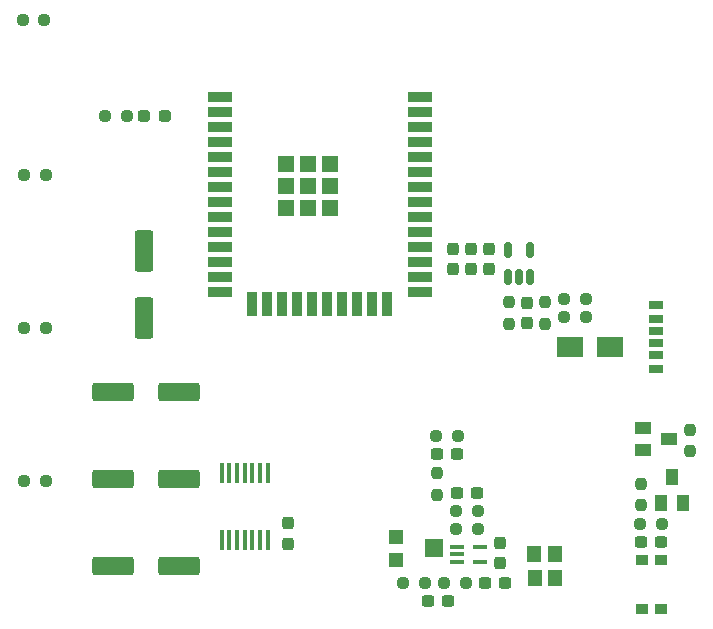
<source format=gbr>
%TF.GenerationSoftware,KiCad,Pcbnew,(6.0.0-0)*%
%TF.CreationDate,2022-01-22T21:55:44+01:00*%
%TF.ProjectId,GlowCore,476c6f77-436f-4726-952e-6b696361645f,rev?*%
%TF.SameCoordinates,Original*%
%TF.FileFunction,Paste,Top*%
%TF.FilePolarity,Positive*%
%FSLAX46Y46*%
G04 Gerber Fmt 4.6, Leading zero omitted, Abs format (unit mm)*
G04 Created by KiCad (PCBNEW (6.0.0-0)) date 2022-01-22 21:55:44*
%MOMM*%
%LPD*%
G01*
G04 APERTURE LIST*
G04 Aperture macros list*
%AMRoundRect*
0 Rectangle with rounded corners*
0 $1 Rounding radius*
0 $2 $3 $4 $5 $6 $7 $8 $9 X,Y pos of 4 corners*
0 Add a 4 corners polygon primitive as box body*
4,1,4,$2,$3,$4,$5,$6,$7,$8,$9,$2,$3,0*
0 Add four circle primitives for the rounded corners*
1,1,$1+$1,$2,$3*
1,1,$1+$1,$4,$5*
1,1,$1+$1,$6,$7*
1,1,$1+$1,$8,$9*
0 Add four rect primitives between the rounded corners*
20,1,$1+$1,$2,$3,$4,$5,0*
20,1,$1+$1,$4,$5,$6,$7,0*
20,1,$1+$1,$6,$7,$8,$9,0*
20,1,$1+$1,$8,$9,$2,$3,0*%
G04 Aperture macros list end*
%ADD10RoundRect,0.237500X-0.300000X-0.237500X0.300000X-0.237500X0.300000X0.237500X-0.300000X0.237500X0*%
%ADD11RoundRect,0.237500X-0.250000X-0.237500X0.250000X-0.237500X0.250000X0.237500X-0.250000X0.237500X0*%
%ADD12R,1.330000X1.330000*%
%ADD13R,2.000000X0.900000*%
%ADD14R,0.900000X2.000000*%
%ADD15R,1.200000X0.400000*%
%ADD16R,2.209800X1.701800*%
%ADD17RoundRect,0.237500X-0.237500X0.250000X-0.237500X-0.250000X0.237500X-0.250000X0.237500X0.250000X0*%
%ADD18R,1.400000X1.000000*%
%ADD19R,1.200000X0.700000*%
%ADD20R,1.200000X0.760000*%
%ADD21R,1.200000X0.800000*%
%ADD22R,1.200000X1.470000*%
%ADD23RoundRect,0.237500X-0.237500X0.300000X-0.237500X-0.300000X0.237500X-0.300000X0.237500X0.300000X0*%
%ADD24R,1.000000X0.900000*%
%ADD25RoundRect,0.250000X0.550000X-1.500000X0.550000X1.500000X-0.550000X1.500000X-0.550000X-1.500000X0*%
%ADD26RoundRect,0.237500X0.287500X0.237500X-0.287500X0.237500X-0.287500X-0.237500X0.287500X-0.237500X0*%
%ADD27RoundRect,0.237500X0.237500X-0.250000X0.237500X0.250000X-0.237500X0.250000X-0.237500X-0.250000X0*%
%ADD28RoundRect,0.250000X1.500000X0.550000X-1.500000X0.550000X-1.500000X-0.550000X1.500000X-0.550000X0*%
%ADD29RoundRect,0.237500X0.237500X-0.300000X0.237500X0.300000X-0.237500X0.300000X-0.237500X-0.300000X0*%
%ADD30RoundRect,0.237500X0.300000X0.237500X-0.300000X0.237500X-0.300000X-0.237500X0.300000X-0.237500X0*%
%ADD31R,1.000000X1.400000*%
%ADD32RoundRect,0.237500X0.250000X0.237500X-0.250000X0.237500X-0.250000X-0.237500X0.250000X-0.237500X0*%
%ADD33R,0.355600X1.676400*%
%ADD34R,1.200000X1.200000*%
%ADD35R,1.500000X1.600000*%
%ADD36RoundRect,0.150000X0.150000X-0.512500X0.150000X0.512500X-0.150000X0.512500X-0.150000X-0.512500X0*%
G04 APERTURE END LIST*
D10*
%TO.C,C10*%
X158014500Y-120015000D03*
X159739500Y-120015000D03*
%TD*%
D11*
%TO.C,R22*%
X158625200Y-130937000D03*
X160450200Y-130937000D03*
%TD*%
D12*
%TO.C,U7*%
X148934900Y-99156800D03*
X147099900Y-99156800D03*
X145264900Y-99156800D03*
X148934900Y-97321800D03*
X147099900Y-97321800D03*
X145264900Y-97321800D03*
X148934900Y-95486800D03*
X147099900Y-95486800D03*
X145264900Y-95486800D03*
D13*
X156599900Y-89821800D03*
X156599900Y-91091800D03*
X156599900Y-92361800D03*
X156599900Y-93631800D03*
X156599900Y-94901800D03*
X156599900Y-96171800D03*
X156599900Y-97441800D03*
X156599900Y-98711800D03*
X156599900Y-99981800D03*
X156599900Y-101251800D03*
X156599900Y-102521800D03*
X156599900Y-103791800D03*
X156599900Y-105061800D03*
X156599900Y-106331800D03*
D14*
X153814900Y-107331800D03*
X152544900Y-107331800D03*
X151274900Y-107331800D03*
X150004900Y-107331800D03*
X148734900Y-107331800D03*
X147464900Y-107331800D03*
X146194900Y-107331800D03*
X144924900Y-107331800D03*
X143654900Y-107331800D03*
X142384900Y-107331800D03*
D13*
X139599900Y-106331800D03*
X139599900Y-105061800D03*
X139599900Y-103791800D03*
X139599900Y-102521800D03*
X139599900Y-101251800D03*
X139599900Y-99981800D03*
X139599900Y-98711800D03*
X139599900Y-97441800D03*
X139599900Y-96171800D03*
X139599900Y-94901800D03*
X139599900Y-93631800D03*
X139599900Y-92361800D03*
X139599900Y-91091800D03*
X139599900Y-89821800D03*
%TD*%
D11*
%TO.C,R7*%
X123063000Y-109307000D03*
X124888000Y-109307000D03*
%TD*%
%TO.C,R11*%
X129897500Y-91440000D03*
X131722500Y-91440000D03*
%TD*%
D15*
%TO.C,IC1*%
X159730700Y-127874000D03*
X159730700Y-128524000D03*
X159730700Y-129174000D03*
X161630700Y-129174000D03*
X161630700Y-127874000D03*
%TD*%
D16*
%TO.C,U6*%
X169240200Y-110998000D03*
X172643800Y-110998000D03*
%TD*%
D17*
%TO.C,R17*%
X179451000Y-117959500D03*
X179451000Y-119784500D03*
%TD*%
D18*
%TO.C,Q2*%
X175430000Y-117795000D03*
X175430000Y-119695000D03*
X177630000Y-118745000D03*
%TD*%
D19*
%TO.C,J2*%
X176587000Y-110609000D03*
D20*
X176587000Y-108589000D03*
D21*
X176587000Y-107359000D03*
D19*
X176587000Y-109609000D03*
D20*
X176587000Y-111629000D03*
D21*
X176587000Y-112859000D03*
%TD*%
D11*
%TO.C,R8*%
X123039500Y-96353000D03*
X124864500Y-96353000D03*
%TD*%
D22*
%TO.C,FB1*%
X167963000Y-128524000D03*
X166243000Y-128524000D03*
%TD*%
D23*
%TO.C,C2*%
X162433000Y-102642500D03*
X162433000Y-104367500D03*
%TD*%
D24*
%TO.C,RESET1*%
X175349000Y-133114000D03*
X175349000Y-129014000D03*
X176949000Y-133114000D03*
X176949000Y-129014000D03*
%TD*%
D11*
%TO.C,R6*%
X123039500Y-122261000D03*
X124864500Y-122261000D03*
%TD*%
D22*
%TO.C,FB2*%
X167992000Y-130556000D03*
X166272000Y-130556000D03*
%TD*%
D11*
%TO.C,R16*%
X168759500Y-106934000D03*
X170584500Y-106934000D03*
%TD*%
D25*
%TO.C,C9*%
X133223000Y-108464000D03*
X133223000Y-102864000D03*
%TD*%
D26*
%TO.C,D4*%
X134987000Y-91440000D03*
X133237000Y-91440000D03*
%TD*%
D27*
%TO.C,R2*%
X164084000Y-108989500D03*
X164084000Y-107164500D03*
%TD*%
D28*
%TO.C,C8*%
X136150000Y-114808000D03*
X130550000Y-114808000D03*
%TD*%
D29*
%TO.C,C1*%
X165608000Y-108939500D03*
X165608000Y-107214500D03*
%TD*%
D30*
%TO.C,C11*%
X161390500Y-123317000D03*
X159665500Y-123317000D03*
%TD*%
D10*
%TO.C,C12*%
X162078500Y-130937000D03*
X163803500Y-130937000D03*
%TD*%
D11*
%TO.C,R23*%
X155170500Y-130937000D03*
X156995500Y-130937000D03*
%TD*%
D27*
%TO.C,R1*%
X167132000Y-108989500D03*
X167132000Y-107164500D03*
%TD*%
D11*
%TO.C,R19*%
X175236500Y-125984000D03*
X177061500Y-125984000D03*
%TD*%
%TO.C,R9*%
X122936000Y-83312000D03*
X124761000Y-83312000D03*
%TD*%
D23*
%TO.C,C5*%
X163347700Y-127534500D03*
X163347700Y-129259500D03*
%TD*%
D17*
%TO.C,R4*%
X157988000Y-121642500D03*
X157988000Y-123467500D03*
%TD*%
D28*
%TO.C,C7*%
X136150000Y-122174000D03*
X130550000Y-122174000D03*
%TD*%
D27*
%TO.C,R18*%
X175260000Y-124356500D03*
X175260000Y-122531500D03*
%TD*%
D31*
%TO.C,Q3*%
X176977000Y-124163000D03*
X178877000Y-124163000D03*
X177927000Y-121963000D03*
%TD*%
D23*
%TO.C,C18*%
X159385000Y-102642500D03*
X159385000Y-104367500D03*
%TD*%
D30*
%TO.C,C13*%
X158977500Y-132461000D03*
X157252500Y-132461000D03*
%TD*%
D32*
%TO.C,R3*%
X159789500Y-118491000D03*
X157964500Y-118491000D03*
%TD*%
D28*
%TO.C,C6*%
X136150000Y-129540000D03*
X130550000Y-129540000D03*
%TD*%
D33*
%TO.C,U3*%
X143682001Y-121640600D03*
X143032000Y-121640600D03*
X142381999Y-121640600D03*
X141732000Y-121640600D03*
X141082001Y-121640600D03*
X140432000Y-121640600D03*
X139782001Y-121640600D03*
X139781999Y-127279400D03*
X140432000Y-127279400D03*
X141081999Y-127279400D03*
X141732000Y-127279400D03*
X142381999Y-127279400D03*
X143032000Y-127279400D03*
X143681999Y-127279400D03*
%TD*%
D32*
%TO.C,R20*%
X161440500Y-124841000D03*
X159615500Y-124841000D03*
%TD*%
D30*
%TO.C,C19*%
X177011500Y-127508000D03*
X175286500Y-127508000D03*
%TD*%
D23*
%TO.C,C3*%
X160909000Y-102642500D03*
X160909000Y-104367500D03*
%TD*%
D34*
%TO.C,R24*%
X154537000Y-127016000D03*
D35*
X157787000Y-128016000D03*
D34*
X154537000Y-129016000D03*
%TD*%
D23*
%TO.C,C4*%
X145415000Y-125883500D03*
X145415000Y-127608500D03*
%TD*%
D11*
%TO.C,R21*%
X159615500Y-126365000D03*
X161440500Y-126365000D03*
%TD*%
D36*
%TO.C,U1*%
X164023000Y-105023500D03*
X164973000Y-105023500D03*
X165923000Y-105023500D03*
X165923000Y-102748500D03*
X164023000Y-102748500D03*
%TD*%
D11*
%TO.C,R15*%
X168759500Y-108458000D03*
X170584500Y-108458000D03*
%TD*%
M02*

</source>
